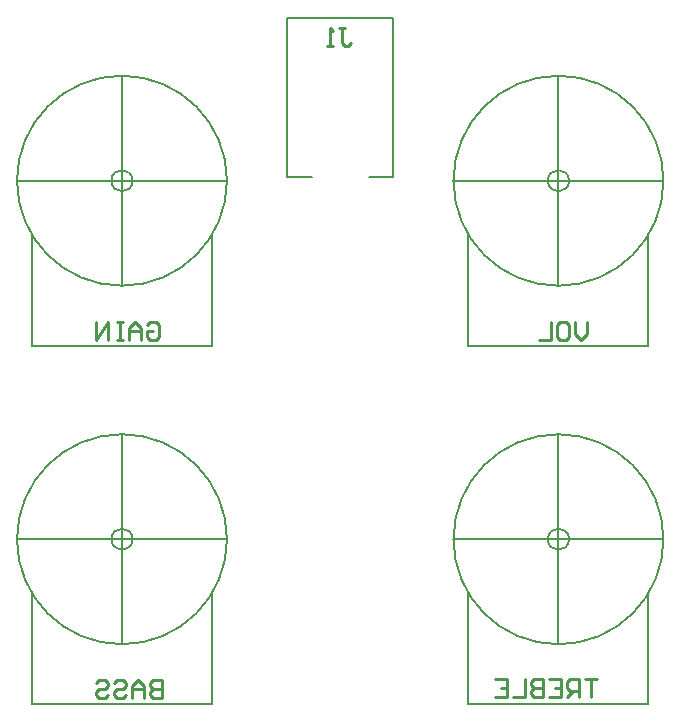
<source format=gbo>
G04*
G04 #@! TF.GenerationSoftware,Altium Limited,Altium Designer,19.0.9 (268)*
G04*
G04 Layer_Color=32896*
%FSLAX25Y25*%
%MOIN*%
G70*
G01*
G75*
%ADD11C,0.01000*%
%ADD13C,0.00500*%
%ADD14C,0.00800*%
D11*
X202000Y140998D02*
X198001D01*
X200001D01*
Y135000D01*
X196002D02*
Y140998D01*
X193003D01*
X192003Y139998D01*
Y137999D01*
X193003Y136999D01*
X196002D01*
X194003D02*
X192003Y135000D01*
X186005Y140998D02*
X190004D01*
Y135000D01*
X186005D01*
X190004Y137999D02*
X188005D01*
X184006Y140998D02*
Y135000D01*
X181007D01*
X180007Y136000D01*
Y136999D01*
X181007Y137999D01*
X184006D01*
X181007D01*
X180007Y138999D01*
Y139998D01*
X181007Y140998D01*
X184006D01*
X178008D02*
Y135000D01*
X174009D01*
X168011Y140998D02*
X172010D01*
Y135000D01*
X168011D01*
X172010Y137999D02*
X170010D01*
X198500Y259998D02*
Y255999D01*
X196501Y254000D01*
X194501Y255999D01*
Y259998D01*
X189503D02*
X191502D01*
X192502Y258998D01*
Y255000D01*
X191502Y254000D01*
X189503D01*
X188503Y255000D01*
Y258998D01*
X189503Y259998D01*
X186504D02*
Y254000D01*
X182505D01*
X57000Y140598D02*
Y134600D01*
X54001D01*
X53001Y135600D01*
Y136599D01*
X54001Y137599D01*
X57000D01*
X54001D01*
X53001Y138599D01*
Y139598D01*
X54001Y140598D01*
X57000D01*
X51002Y134600D02*
Y138599D01*
X49003Y140598D01*
X47003Y138599D01*
Y134600D01*
Y137599D01*
X51002D01*
X41005Y139598D02*
X42005Y140598D01*
X44004D01*
X45004Y139598D01*
Y138599D01*
X44004Y137599D01*
X42005D01*
X41005Y136599D01*
Y135600D01*
X42005Y134600D01*
X44004D01*
X45004Y135600D01*
X35007Y139598D02*
X36007Y140598D01*
X38006D01*
X39006Y139598D01*
Y138599D01*
X38006Y137599D01*
X36007D01*
X35007Y136599D01*
Y135600D01*
X36007Y134600D01*
X38006D01*
X39006Y135600D01*
X115951Y357998D02*
X117951D01*
X116951D01*
Y353000D01*
X117951Y352000D01*
X118950D01*
X119950Y353000D01*
X113952Y352000D02*
X111953D01*
X112952D01*
Y357998D01*
X113952Y356998D01*
X52001Y258998D02*
X53001Y259998D01*
X55000D01*
X56000Y258998D01*
Y255000D01*
X55000Y254000D01*
X53001D01*
X52001Y255000D01*
Y256999D01*
X54001D01*
X50002Y254000D02*
Y257999D01*
X48003Y259998D01*
X46003Y257999D01*
Y254000D01*
Y256999D01*
X50002D01*
X44004Y259998D02*
X42004D01*
X43004D01*
Y254000D01*
X44004D01*
X42004D01*
X39006D02*
Y259998D01*
X35007Y254000D01*
Y259998D01*
D13*
X154000Y306937D02*
G03*
X189000Y271937I35000J0D01*
G01*
Y341937D02*
G03*
X154000Y306937I-0J-35000D01*
G01*
X189000Y341937D02*
G03*
X154000Y306937I-0J-35000D01*
G01*
Y306937D02*
G03*
X189000Y271937I35000J0D01*
G01*
D02*
G03*
X224000Y306937I0J35000D01*
G01*
Y306937D02*
G03*
X189000Y341937I-35000J0D01*
G01*
X224000Y306937D02*
G03*
X189000Y341937I-35000J0D01*
G01*
Y271937D02*
G03*
X224000Y306937I0J35000D01*
G01*
X192535D02*
G03*
X192535Y306937I-3535J0D01*
G01*
D02*
G03*
X192535Y306937I-3535J0D01*
G01*
X154000Y187437D02*
G03*
X189000Y152437I35000J0D01*
G01*
Y222437D02*
G03*
X154000Y187437I-0J-35000D01*
G01*
X189000Y222437D02*
G03*
X154000Y187437I-0J-35000D01*
G01*
Y187437D02*
G03*
X189000Y152437I35000J0D01*
G01*
D02*
G03*
X224000Y187437I0J35000D01*
G01*
Y187437D02*
G03*
X189000Y222437I-35000J0D01*
G01*
X224000Y187437D02*
G03*
X189000Y222437I-35000J0D01*
G01*
Y152437D02*
G03*
X224000Y187437I0J35000D01*
G01*
X192535D02*
G03*
X192535Y187437I-3535J0D01*
G01*
D02*
G03*
X192535Y187437I-3535J0D01*
G01*
X8500Y306937D02*
G03*
X43500Y271937I35000J0D01*
G01*
Y341937D02*
G03*
X8500Y306937I-0J-35000D01*
G01*
X43500Y341937D02*
G03*
X8500Y306937I-0J-35000D01*
G01*
Y306937D02*
G03*
X43500Y271937I35000J0D01*
G01*
D02*
G03*
X78500Y306937I0J35000D01*
G01*
Y306937D02*
G03*
X43500Y341937I-35000J0D01*
G01*
X78500Y306937D02*
G03*
X43500Y341937I-35000J0D01*
G01*
Y271937D02*
G03*
X78500Y306937I0J35000D01*
G01*
X47035D02*
G03*
X47035Y306937I-3535J0D01*
G01*
D02*
G03*
X47035Y306937I-3535J0D01*
G01*
X8500Y187437D02*
G03*
X43500Y152437I35000J0D01*
G01*
Y222437D02*
G03*
X8500Y187437I-0J-35000D01*
G01*
X43500Y222437D02*
G03*
X8500Y187437I-0J-35000D01*
G01*
Y187437D02*
G03*
X43500Y152437I35000J0D01*
G01*
D02*
G03*
X78500Y187437I0J35000D01*
G01*
Y187437D02*
G03*
X43500Y222437I-35000J0D01*
G01*
X78500Y187437D02*
G03*
X43500Y222437I-35000J0D01*
G01*
Y152437D02*
G03*
X78500Y187437I0J35000D01*
G01*
X47035D02*
G03*
X47035Y187437I-3535J0D01*
G01*
D02*
G03*
X47035Y187437I-3535J0D01*
G01*
X154000Y306937D02*
X224000D01*
X154000D02*
X224000D01*
X159000Y252000D02*
X219000D01*
X159000D02*
X219000D01*
X189000Y271937D02*
Y341937D01*
Y271937D02*
Y341937D01*
X159000Y252000D02*
Y289437D01*
Y252000D02*
Y289437D01*
X219000Y252000D02*
Y289437D01*
Y252000D02*
Y289437D01*
X154000Y187437D02*
X224000D01*
X154000D02*
X224000D01*
X159000Y132500D02*
X219000D01*
X159000D02*
X219000D01*
X189000Y152437D02*
Y222437D01*
Y152437D02*
Y222437D01*
X159000Y132500D02*
Y169937D01*
Y132500D02*
Y169937D01*
X219000Y132500D02*
Y169937D01*
Y132500D02*
Y169937D01*
X8500Y306937D02*
X78500D01*
X8500D02*
X78500D01*
X13500Y252000D02*
X73500D01*
X13500D02*
X73500D01*
X43500Y271937D02*
Y341937D01*
Y271937D02*
Y341937D01*
X13500Y252000D02*
Y289437D01*
Y252000D02*
Y289437D01*
X73500Y252000D02*
Y289437D01*
Y252000D02*
Y289437D01*
X8500Y187437D02*
X78500D01*
X8500D02*
X78500D01*
X13500Y132500D02*
X73500D01*
X13500D02*
X73500D01*
X43500Y152437D02*
Y222437D01*
Y152437D02*
Y222437D01*
X13500Y132500D02*
Y169937D01*
Y132500D02*
Y169937D01*
X73500Y132500D02*
Y169937D01*
Y132500D02*
Y169937D01*
D14*
X98533Y308278D02*
X106801D01*
X125699D02*
X133967D01*
Y311034D01*
X133950Y311015D02*
Y330390D01*
X98533Y308278D02*
Y361215D01*
X133967Y329538D02*
Y361215D01*
X98533D02*
X133967D01*
M02*

</source>
